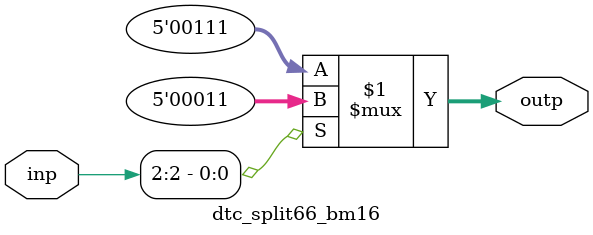
<source format=v>
module dtc_split66_bm16 (
	input  wire [5-1:0] inp,
	output wire [5-1:0] outp
);


	assign outp = (inp[2]) ? 5'b00011 : 5'b00111;

endmodule
</source>
